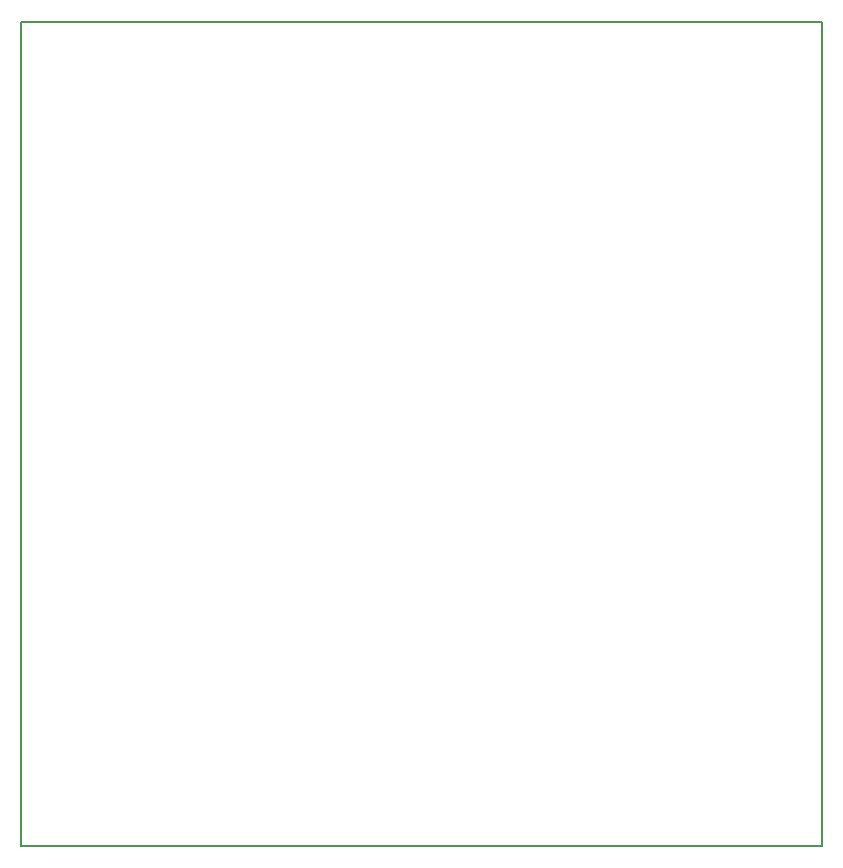
<source format=gm1>
G04 MADE WITH FRITZING*
G04 WWW.FRITZING.ORG*
G04 DOUBLE SIDED*
G04 HOLES PLATED*
G04 CONTOUR ON CENTER OF CONTOUR VECTOR*
%ASAXBY*%
%FSLAX23Y23*%
%MOIN*%
%OFA0B0*%
%SFA1.0B1.0*%
%ADD10R,2.677170X2.755910*%
%ADD11C,0.008000*%
%ADD10C,0.008*%
%LNCONTOUR*%
G90*
G70*
G54D10*
G54D11*
X4Y2752D02*
X2673Y2752D01*
X2673Y4D01*
X4Y4D01*
X4Y2752D01*
D02*
G04 End of contour*
M02*
</source>
